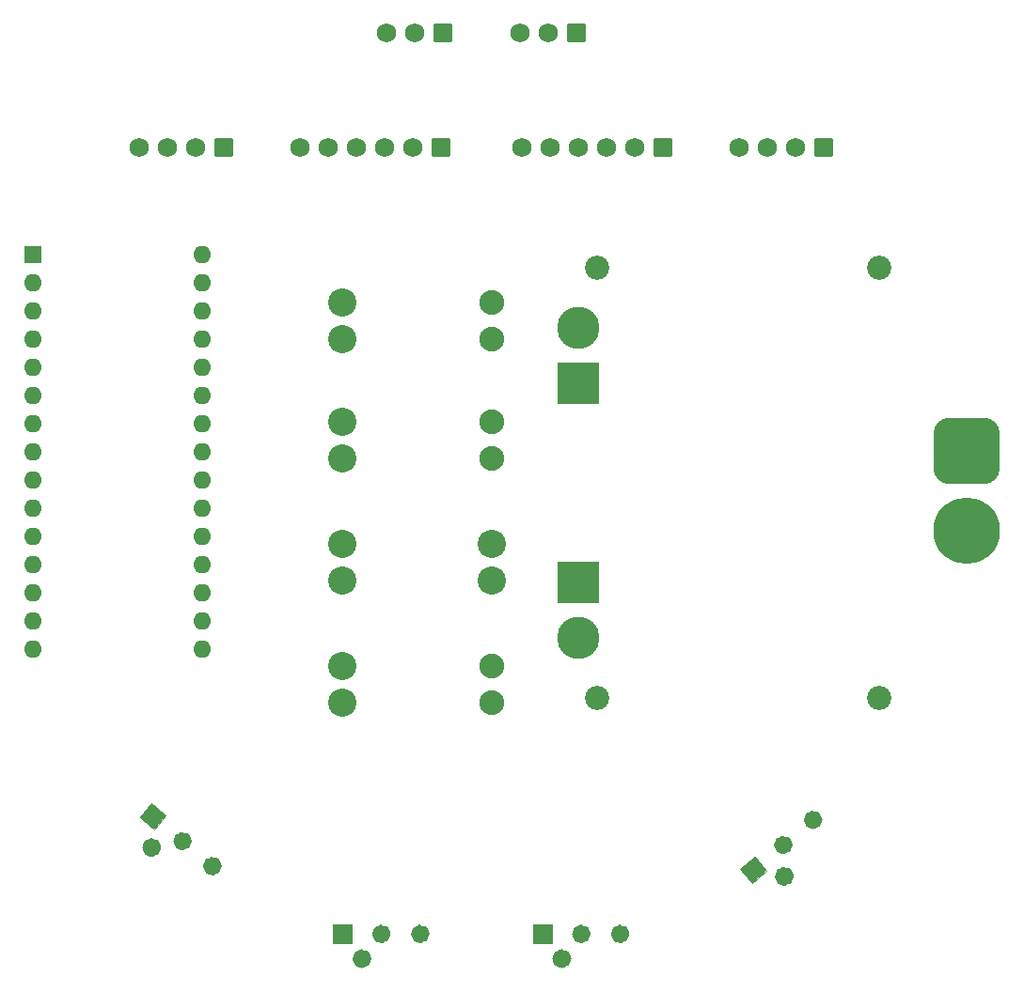
<source format=gts>
%TF.GenerationSoftware,KiCad,Pcbnew,(6.0.10)*%
%TF.CreationDate,2023-01-21T11:36:27-08:00*%
%TF.ProjectId,unified_elec_steering,756e6966-6965-4645-9f65-6c65635f7374,rev?*%
%TF.SameCoordinates,Original*%
%TF.FileFunction,Soldermask,Top*%
%TF.FilePolarity,Negative*%
%FSLAX46Y46*%
G04 Gerber Fmt 4.6, Leading zero omitted, Abs format (unit mm)*
G04 Created by KiCad (PCBNEW (6.0.10)) date 2023-01-21 11:36:27*
%MOMM*%
%LPD*%
G01*
G04 APERTURE LIST*
G04 Aperture macros list*
%AMRoundRect*
0 Rectangle with rounded corners*
0 $1 Rounding radius*
0 $2 $3 $4 $5 $6 $7 $8 $9 X,Y pos of 4 corners*
0 Add a 4 corners polygon primitive as box body*
4,1,4,$2,$3,$4,$5,$6,$7,$8,$9,$2,$3,0*
0 Add four circle primitives for the rounded corners*
1,1,$1+$1,$2,$3*
1,1,$1+$1,$4,$5*
1,1,$1+$1,$6,$7*
1,1,$1+$1,$8,$9*
0 Add four rect primitives between the rounded corners*
20,1,$1+$1,$2,$3,$4,$5,0*
20,1,$1+$1,$4,$5,$6,$7,0*
20,1,$1+$1,$6,$7,$8,$9,0*
20,1,$1+$1,$8,$9,$2,$3,0*%
G04 Aperture macros list end*
%ADD10C,0.836200*%
%ADD11C,0.876200*%
%ADD12C,0.010000*%
%ADD13RoundRect,0.250000X0.620000X0.620000X-0.620000X0.620000X-0.620000X-0.620000X0.620000X-0.620000X0*%
%ADD14C,1.740000*%
%ADD15C,2.540000*%
%ADD16C,2.235200*%
%ADD17C,1.600000*%
%ADD18C,2.180000*%
%ADD19C,3.810000*%
%ADD20R,3.810000X3.810000*%
%ADD21R,1.600000X1.600000*%
%ADD22O,1.600000X1.600000*%
%ADD23RoundRect,1.500000X-1.500000X1.500000X-1.500000X-1.500000X1.500000X-1.500000X1.500000X1.500000X0*%
%ADD24C,6.000000*%
G04 APERTURE END LIST*
D10*
%TO.C,J5*%
X-5116893Y-39901813D02*
G75*
G03*
X-5116893Y-39901813I-418100J0D01*
G01*
D11*
X-10346893Y-42131813D02*
G75*
G03*
X-10346893Y-42131813I-438100J0D01*
G01*
D10*
X-8616893Y-39901813D02*
G75*
G03*
X-8616893Y-39901813I-418100J0D01*
G01*
G36*
X-11698793Y-40738013D02*
G01*
X-13371193Y-40738013D01*
X-13371193Y-39065613D01*
X-11698793Y-39065613D01*
X-11698793Y-40738013D01*
G37*
D12*
X-11698793Y-40738013D02*
X-13371193Y-40738013D01*
X-13371193Y-39065613D01*
X-11698793Y-39065613D01*
X-11698793Y-40738013D01*
D11*
%TO.C,J9*%
X7653107Y-42131813D02*
G75*
G03*
X7653107Y-42131813I-438100J0D01*
G01*
D10*
X12883107Y-39901813D02*
G75*
G03*
X12883107Y-39901813I-418100J0D01*
G01*
X9383107Y-39901813D02*
G75*
G03*
X9383107Y-39901813I-418100J0D01*
G01*
G36*
X6301207Y-40738013D02*
G01*
X4628807Y-40738013D01*
X4628807Y-39065613D01*
X6301207Y-39065613D01*
X6301207Y-40738013D01*
G37*
D12*
X6301207Y-40738013D02*
X4628807Y-40738013D01*
X4628807Y-39065613D01*
X6301207Y-39065613D01*
X6301207Y-40738013D01*
D11*
%TO.C,J4*%
X-29270797Y-32120688D02*
G75*
G03*
X-29270797Y-32120688I-438100J0D01*
G01*
D10*
X-23835647Y-33787044D02*
G75*
G03*
X-23835647Y-33787044I-418100J0D01*
G01*
X-26516802Y-31537288D02*
G75*
G03*
X-26516802Y-31537288I-418100J0D01*
G01*
G36*
X-28437993Y-29184464D02*
G01*
X-29512991Y-30465596D01*
X-30794123Y-29390598D01*
X-29719125Y-28109466D01*
X-28437993Y-29184464D01*
G37*
D12*
X-28437993Y-29184464D02*
X-29512991Y-30465596D01*
X-30794123Y-29390598D01*
X-29719125Y-28109466D01*
X-28437993Y-29184464D01*
D10*
%TO.C,J10*%
X27574088Y-31876948D02*
G75*
G03*
X27574088Y-31876948I-418100J0D01*
G01*
D11*
X27686926Y-34710106D02*
G75*
G03*
X27686926Y-34710106I-438100J0D01*
G01*
D10*
X30255243Y-29627192D02*
G75*
G03*
X30255243Y-29627192I-418100J0D01*
G01*
G36*
X25652897Y-34229772D02*
G01*
X24371765Y-35304770D01*
X23296767Y-34023638D01*
X24577899Y-32948640D01*
X25652897Y-34229772D01*
G37*
D12*
X25652897Y-34229772D02*
X24371765Y-35304770D01*
X23296767Y-34023638D01*
X24577899Y-32948640D01*
X25652897Y-34229772D01*
%TD*%
D13*
%TO.C,J12*%
X30810000Y31000000D03*
D14*
X28270000Y31000000D03*
X25730000Y31000000D03*
X23190000Y31000000D03*
%TD*%
D15*
%TO.C,F4*%
X-12573000Y-15754000D03*
X-12573000Y-19056000D03*
D16*
X889000Y-15754000D03*
X889000Y-19056000D03*
%TD*%
D17*
%TO.C,J5*%
X-10784993Y-42131813D03*
%TD*%
D13*
%TO.C,J7*%
X16350000Y31000000D03*
D14*
X13810000Y31000000D03*
X11270000Y31000000D03*
X8730000Y31000000D03*
X6190000Y31000000D03*
X3650000Y31000000D03*
%TD*%
D15*
%TO.C,F2*%
X-12573000Y-8056000D03*
X-12573000Y-4754000D03*
X889000Y-4754000D03*
X889000Y-8056000D03*
%TD*%
D17*
%TO.C,J9*%
X7215007Y-42131813D03*
%TD*%
D13*
%TO.C,J6*%
X-23190000Y31000000D03*
D14*
X-25730000Y31000000D03*
X-28270000Y31000000D03*
X-30810000Y31000000D03*
%TD*%
D17*
%TO.C,J4*%
X-29708897Y-32120688D03*
%TD*%
D15*
%TO.C,F3*%
X-12573000Y2944000D03*
X-12573000Y6246000D03*
D16*
X889000Y6246000D03*
X889000Y2944000D03*
%TD*%
D13*
%TO.C,J11*%
X8540000Y41275000D03*
D14*
X6000000Y41275000D03*
X3460000Y41275000D03*
%TD*%
D15*
%TO.C,F1*%
X-12573000Y16969000D03*
X-12573000Y13667000D03*
D16*
X889000Y13667000D03*
X889000Y16969000D03*
%TD*%
D17*
%TO.C,J10*%
X27248826Y-34710106D03*
%TD*%
D18*
%TO.C,U2*%
X10398000Y-18638000D03*
X35798000Y-18638000D03*
X35798000Y20162000D03*
X10398000Y20162000D03*
D19*
X8738000Y14742000D03*
D20*
X8738000Y9742000D03*
X8738000Y-8198000D03*
D19*
X8738000Y-13198000D03*
%TD*%
D21*
%TO.C,U1*%
X-40376000Y21336000D03*
D22*
X-40376000Y18796000D03*
X-40376000Y16256000D03*
X-40376000Y13716000D03*
X-40376000Y11176000D03*
X-40376000Y8636000D03*
X-40376000Y6096000D03*
X-40376000Y3556000D03*
X-40376000Y1016000D03*
X-40376000Y-1524000D03*
X-40376000Y-4064000D03*
X-40376000Y-6604000D03*
X-40376000Y-9144000D03*
X-40376000Y-11684000D03*
X-40376000Y-14224000D03*
X-25136000Y-14224000D03*
X-25136000Y-11684000D03*
X-25136000Y-9144000D03*
X-25136000Y-6604000D03*
X-25136000Y-4064000D03*
X-25136000Y-1524000D03*
X-25136000Y1016000D03*
X-25136000Y3556000D03*
X-25136000Y6096000D03*
X-25136000Y8636000D03*
X-25136000Y11176000D03*
X-25136000Y13716000D03*
X-25136000Y16256000D03*
X-25136000Y18796000D03*
X-25136000Y21336000D03*
%TD*%
D23*
%TO.C,J3*%
X43688000Y3600000D03*
D24*
X43688000Y-3600000D03*
%TD*%
D13*
%TO.C,J8*%
X-3650000Y31000000D03*
D14*
X-6190000Y31000000D03*
X-8730000Y31000000D03*
X-11270000Y31000000D03*
X-13810000Y31000000D03*
X-16350000Y31000000D03*
%TD*%
D13*
%TO.C,J13*%
X-3460000Y41275000D03*
D14*
X-6000000Y41275000D03*
X-8540000Y41275000D03*
%TD*%
M02*

</source>
